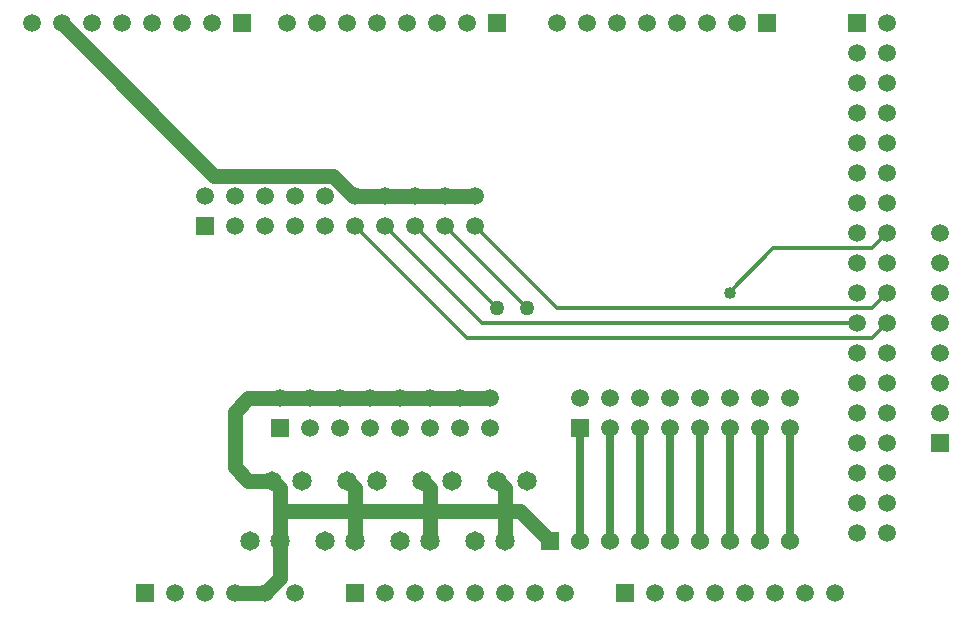
<source format=gbl>
%FSAX24Y24*%
%MOIN*%
G70*
G01*
G75*
G04 Layer_Physical_Order=2*
G04 Layer_Color=16711680*
%ADD10C,0.0120*%
%ADD11C,0.0250*%
%ADD12C,0.0500*%
%ADD13C,0.0591*%
%ADD14R,0.0591X0.0591*%
%ADD15R,0.0591X0.0591*%
%ADD16C,0.0600*%
%ADD17R,0.0600X0.0600*%
%ADD18C,0.0650*%
%ADD19C,0.0400*%
%ADD20C,0.0500*%
D10*
X050250Y040500D02*
X050750Y041000D01*
X037250Y040000D02*
X049750D01*
X050250Y039500D02*
X050750Y040000D01*
X036750Y039500D02*
X050250D01*
X029000Y031000D02*
X029100D01*
X045500Y040900D02*
Y041000D01*
X045475Y041025D02*
X046950Y042500D01*
X050250D01*
X050750Y043000D01*
X033000Y043250D02*
X036750Y039500D01*
X034000Y043250D02*
X037250Y040000D01*
X039750Y040500D02*
X050250D01*
X036900Y043200D02*
X037100D01*
X037000Y043250D02*
X039750Y040500D01*
X035000Y043250D02*
X037747Y040503D01*
X036000Y043250D02*
X038747Y040503D01*
D11*
X047500Y032750D02*
Y036500D01*
X046500Y032750D02*
Y036500D01*
X045500Y032750D02*
Y036500D01*
X044500Y032750D02*
Y036500D01*
X043500Y032750D02*
Y036500D01*
X042500Y032750D02*
Y036500D01*
X041500Y032750D02*
Y036500D01*
X040500Y032750D02*
Y036500D01*
D12*
X030500Y037500D02*
X031500D01*
X032500D01*
X033500D01*
X034500D01*
X035500D01*
X036500D01*
X037500D01*
X032750Y034750D02*
X033000Y034500D01*
X035250Y034750D02*
X035500Y034500D01*
X037750Y034750D02*
X038000Y034500D01*
X030250Y034750D02*
X030500Y034500D01*
Y033750D02*
Y034500D01*
Y033750D02*
X033000D01*
X035500D01*
Y032750D02*
Y033750D01*
Y034500D01*
X033000Y032750D02*
Y033750D01*
Y034500D01*
X029000Y035200D02*
X029450Y034750D01*
X030250D01*
X029000Y035200D02*
Y037050D01*
X029450Y037500D01*
X030500D01*
X030000Y031000D02*
X030500Y031500D01*
X029100Y031000D02*
X030000D01*
X038000Y032750D02*
Y033750D01*
X035500D02*
X038000D01*
Y034500D01*
Y033750D02*
X038500D01*
X030500Y031500D02*
Y032750D01*
Y033750D01*
X038500D02*
X039500Y032750D01*
X036000Y044250D02*
X037000D01*
X035000D02*
X036000D01*
X034000D02*
X035000D01*
X033000D02*
X034000D01*
X032280Y044925D02*
X032955Y044250D01*
X028325Y044925D02*
X032280D01*
X023250Y050000D02*
X028325Y044925D01*
D13*
X037500Y037500D02*
D03*
X036500D02*
D03*
X035500D02*
D03*
X034500D02*
D03*
X033500D02*
D03*
X032500D02*
D03*
X031500D02*
D03*
X030500D02*
D03*
X037500Y036500D02*
D03*
X036500D02*
D03*
X035500D02*
D03*
X034500D02*
D03*
X033500D02*
D03*
X032500D02*
D03*
X031500D02*
D03*
X047500Y037500D02*
D03*
X046500D02*
D03*
X045500D02*
D03*
X044500D02*
D03*
X043500D02*
D03*
X042500D02*
D03*
X041500D02*
D03*
X040500D02*
D03*
X047500Y036500D02*
D03*
X046500D02*
D03*
X045500D02*
D03*
X044500D02*
D03*
X043500D02*
D03*
X042500D02*
D03*
X041500D02*
D03*
X050750Y050000D02*
D03*
X049750Y049000D02*
D03*
X050750D02*
D03*
X049750Y048000D02*
D03*
X050750D02*
D03*
X049750Y047000D02*
D03*
X050750D02*
D03*
X049750Y046000D02*
D03*
X050750D02*
D03*
X049750Y045000D02*
D03*
X050750D02*
D03*
X049750Y044000D02*
D03*
X050750D02*
D03*
X049750Y043000D02*
D03*
X050750D02*
D03*
X049750Y042000D02*
D03*
X050750D02*
D03*
X049750Y041000D02*
D03*
X050750D02*
D03*
X049750Y040000D02*
D03*
X050750D02*
D03*
X049750Y039000D02*
D03*
X050750D02*
D03*
X049750Y038000D02*
D03*
X050750D02*
D03*
X049750Y037000D02*
D03*
X050750D02*
D03*
X049750Y036000D02*
D03*
X050750D02*
D03*
X049750Y035000D02*
D03*
X050750D02*
D03*
X049750Y034000D02*
D03*
X050750D02*
D03*
X049750Y033000D02*
D03*
X050750D02*
D03*
X031000Y031000D02*
D03*
X030000D02*
D03*
X029000D02*
D03*
X028000D02*
D03*
X027000D02*
D03*
X049000D02*
D03*
X048000D02*
D03*
X047000D02*
D03*
X046000D02*
D03*
X045000D02*
D03*
X044000D02*
D03*
X043000D02*
D03*
X040000D02*
D03*
X039000D02*
D03*
X038000D02*
D03*
X037000D02*
D03*
X036000D02*
D03*
X035000D02*
D03*
X034000D02*
D03*
X039750Y050000D02*
D03*
X040750D02*
D03*
X041750D02*
D03*
X042750D02*
D03*
X043750D02*
D03*
X044750D02*
D03*
X045750D02*
D03*
X030750D02*
D03*
X031750D02*
D03*
X032750D02*
D03*
X033750D02*
D03*
X034750D02*
D03*
X035750D02*
D03*
X036750D02*
D03*
X022250D02*
D03*
X023250D02*
D03*
X024250D02*
D03*
X025250D02*
D03*
X026250D02*
D03*
X027250D02*
D03*
X028250D02*
D03*
X052500Y043000D02*
D03*
Y042000D02*
D03*
Y041000D02*
D03*
Y040000D02*
D03*
Y039000D02*
D03*
Y038000D02*
D03*
Y037000D02*
D03*
X029000Y043250D02*
D03*
X030000D02*
D03*
X031000D02*
D03*
X032000D02*
D03*
X033000D02*
D03*
X034000D02*
D03*
X035000D02*
D03*
X036000D02*
D03*
X037000D02*
D03*
X028000Y044250D02*
D03*
X029000D02*
D03*
X030000D02*
D03*
X031000D02*
D03*
X032000D02*
D03*
X033000D02*
D03*
X034000D02*
D03*
X035000D02*
D03*
X036000D02*
D03*
X037000D02*
D03*
D14*
X030500Y036500D02*
D03*
X040500D02*
D03*
X026000Y031000D02*
D03*
X042000D02*
D03*
X033000D02*
D03*
X046750Y050000D02*
D03*
X037750D02*
D03*
X029250D02*
D03*
X028000Y043250D02*
D03*
D15*
X049750Y050000D02*
D03*
X052500Y036000D02*
D03*
D16*
X047500Y032750D02*
D03*
X046500D02*
D03*
X045500D02*
D03*
X044500D02*
D03*
X043500D02*
D03*
X042500D02*
D03*
X041500D02*
D03*
X040500D02*
D03*
D17*
X039500D02*
D03*
D18*
X030500D02*
D03*
X029500D02*
D03*
X035500D02*
D03*
X034500D02*
D03*
X033000D02*
D03*
X032000D02*
D03*
X032750Y034750D02*
D03*
X033750D02*
D03*
X035250D02*
D03*
X036250D02*
D03*
X038000Y032750D02*
D03*
X037000D02*
D03*
X037750Y034750D02*
D03*
X038750D02*
D03*
X030250D02*
D03*
X031250D02*
D03*
D19*
X045500Y041000D02*
D03*
D20*
X038747Y040503D02*
D03*
X037747Y040503D02*
D03*
M02*

</source>
